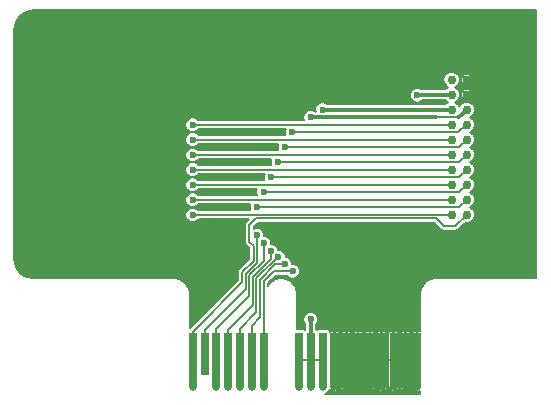
<source format=gbr>
G04 #@! TF.FileFunction,Copper,L2,Bot,Signal*
%FSLAX46Y46*%
G04 Gerber Fmt 4.6, Leading zero omitted, Abs format (unit mm)*
G04 Created by KiCad (PCBNEW 4.0.6-e0-6349~53~ubuntu14.04.1) date Sat Apr 15 21:56:29 2017*
%MOMM*%
%LPD*%
G01*
G04 APERTURE LIST*
%ADD10C,0.100000*%
%ADD11C,0.650240*%
%ADD12R,0.650240X4.599940*%
%ADD13R,0.650240X3.599180*%
%ADD14C,0.750000*%
%ADD15C,0.600000*%
%ADD16C,0.150000*%
%ADD17C,0.300000*%
%ADD18C,0.200000*%
G04 APERTURE END LIST*
D10*
D11*
X140500400Y-102301240D03*
D12*
X159499600Y-100000000D03*
X158498840Y-100000000D03*
X157500620Y-100000000D03*
X156499860Y-100000000D03*
X155499100Y-100000000D03*
X154500880Y-100000000D03*
X153500120Y-100000000D03*
X152499360Y-100000000D03*
X151501140Y-100000000D03*
X150500380Y-100000000D03*
X149499620Y-100000000D03*
X144500900Y-100000000D03*
X143500140Y-100000000D03*
X142499380Y-100000000D03*
D13*
X141501160Y-99499620D03*
D12*
X140500400Y-100000000D03*
X146499880Y-100000000D03*
X145499120Y-100000000D03*
D11*
X157500620Y-102301240D03*
X156499860Y-102301240D03*
X155499100Y-102301240D03*
X154500880Y-102301240D03*
X153500120Y-102301240D03*
X152499360Y-102301240D03*
X151501140Y-102301240D03*
X150500380Y-102301240D03*
X149499620Y-102301240D03*
X159499600Y-102301240D03*
X146499880Y-102301240D03*
X145499120Y-102301240D03*
X144500900Y-102301240D03*
X143500140Y-102301240D03*
X142499380Y-102301240D03*
X158498840Y-102301240D03*
D14*
X163685000Y-76285000D03*
X162415000Y-76285000D03*
X163685000Y-87715000D03*
X163685000Y-77555000D03*
X162415000Y-77555000D03*
X163685000Y-78825000D03*
X162415000Y-78825000D03*
X163685000Y-80095000D03*
X162415000Y-80095000D03*
X163685000Y-81365000D03*
X162415000Y-81365000D03*
X163685000Y-82635000D03*
X162415000Y-82635000D03*
X163685000Y-83905000D03*
X162415000Y-83905000D03*
X163685000Y-85175000D03*
X162415000Y-85175000D03*
X163685000Y-86445000D03*
X162415000Y-86445000D03*
X162415000Y-87715000D03*
D15*
X150500000Y-79475000D03*
X150500000Y-96575000D03*
X147725000Y-83275000D03*
X147750000Y-91300000D03*
X147150000Y-84550000D03*
X147125000Y-90775000D03*
X146500000Y-85800000D03*
X146500000Y-90100000D03*
X145950000Y-87075000D03*
X145950000Y-89450000D03*
X148925000Y-80750000D03*
X148950000Y-92500000D03*
X148300000Y-82000000D03*
X148325000Y-91925000D03*
X159500000Y-77600000D03*
X151500000Y-78825000D03*
X140500000Y-82650000D03*
X140500000Y-83900000D03*
X140500000Y-85175000D03*
X140500000Y-86450000D03*
X140500000Y-87725000D03*
X140500000Y-80100000D03*
X140500000Y-81350000D03*
D16*
X140500400Y-100000000D02*
X140500400Y-97624600D01*
X162725000Y-88675000D02*
X163685000Y-87715000D01*
X161750000Y-88675000D02*
X162725000Y-88675000D01*
X161090002Y-88015002D02*
X161750000Y-88675000D01*
X145900000Y-88015002D02*
X161090002Y-88015002D01*
X145300000Y-88615002D02*
X145900000Y-88015002D01*
X145300000Y-90025000D02*
X145300000Y-88615002D01*
X145649998Y-90374998D02*
X145300000Y-90025000D01*
X145649998Y-91654406D02*
X145649998Y-90374998D01*
X144699868Y-92604536D02*
X145649998Y-91654406D01*
X144699868Y-93425132D02*
X144699868Y-92604536D01*
X140500400Y-97624600D02*
X144699868Y-93425132D01*
X140500400Y-102301240D02*
X140500400Y-100000000D01*
X159499600Y-102301240D02*
X159499600Y-100000000D01*
X158498840Y-102301240D02*
X158498840Y-100000000D01*
X157500620Y-102301240D02*
X157500620Y-100000000D01*
X156499860Y-102301240D02*
X156499860Y-100000000D01*
X155499100Y-102301240D02*
X155499100Y-100000000D01*
X154500880Y-102301240D02*
X154500880Y-100000000D01*
X153500120Y-102301240D02*
X153500120Y-100000000D01*
X152499360Y-102301240D02*
X152499360Y-100000000D01*
D17*
X150500380Y-100000000D02*
X150500380Y-96575380D01*
X163035000Y-79475000D02*
X163685000Y-78825000D01*
X162975000Y-79475000D02*
X163035000Y-79475000D01*
D16*
X161075000Y-79475000D02*
X162975000Y-79475000D01*
D17*
X150500000Y-79475000D02*
X161075000Y-79475000D01*
X150500380Y-96575380D02*
X150500000Y-96575000D01*
D16*
X151501140Y-100000000D02*
X150500380Y-100000000D01*
X150500380Y-100000000D02*
X149499620Y-100000000D01*
X151501140Y-102301240D02*
X151501140Y-100000000D01*
X150500380Y-102301240D02*
X150500380Y-100000000D01*
X149499620Y-102301240D02*
X149499620Y-100000000D01*
X144500900Y-100000000D02*
X144500900Y-97374100D01*
X163045000Y-83275000D02*
X163685000Y-82635000D01*
X147725000Y-83275000D02*
X163045000Y-83275000D01*
X147701468Y-91300000D02*
X147750000Y-91300000D01*
X145899876Y-93101592D02*
X147701468Y-91300000D01*
X145899876Y-95975124D02*
X145899876Y-93101592D01*
X144500900Y-97374100D02*
X145899876Y-95975124D01*
X144500900Y-102301240D02*
X144500900Y-100000000D01*
X143500140Y-100000000D02*
X143500140Y-97449860D01*
X163040000Y-84550000D02*
X163685000Y-83905000D01*
X147150000Y-84550000D02*
X163040000Y-84550000D01*
X147125000Y-91452202D02*
X147125000Y-90775000D01*
X145599874Y-92977328D02*
X147125000Y-91452202D01*
X145599874Y-95350126D02*
X145599874Y-92977328D01*
X143500140Y-97449860D02*
X145599874Y-95350126D01*
X143500140Y-102301240D02*
X143500140Y-100000000D01*
X142499380Y-100000000D02*
X142499380Y-97425620D01*
X163060000Y-85800000D02*
X163685000Y-85175000D01*
X146500000Y-85800000D02*
X163060000Y-85800000D01*
X146500000Y-91652936D02*
X146500000Y-90100000D01*
X145299872Y-92853064D02*
X146500000Y-91652936D01*
X145299872Y-94625128D02*
X145299872Y-92853064D01*
X142499380Y-97425620D02*
X145299872Y-94625128D01*
X142499380Y-102301240D02*
X142499380Y-100000000D01*
X141501160Y-99499620D02*
X141501160Y-97498840D01*
X163055000Y-87075000D02*
X163685000Y-86445000D01*
X145950000Y-87075000D02*
X163055000Y-87075000D01*
X145950000Y-91778670D02*
X145950000Y-89450000D01*
X144999870Y-92728800D02*
X145950000Y-91778670D01*
X144999870Y-94000130D02*
X144999870Y-92728800D01*
X141501160Y-97498840D02*
X144999870Y-94000130D01*
X146499880Y-100000000D02*
X146499880Y-93350120D01*
X163000000Y-80750000D02*
X163655000Y-80095000D01*
X148925000Y-80750000D02*
X163000000Y-80750000D01*
X147350000Y-92500000D02*
X148950000Y-92500000D01*
X146499880Y-93350120D02*
X147350000Y-92500000D01*
X163655000Y-80095000D02*
X163685000Y-80095000D01*
X146499880Y-102301240D02*
X146499880Y-100000000D01*
X145499120Y-100000000D02*
X145499120Y-97100758D01*
X163050000Y-82000000D02*
X163685000Y-81365000D01*
X148300000Y-82000000D02*
X163050000Y-82000000D01*
X147500734Y-91925000D02*
X148325000Y-91925000D01*
X146199878Y-93225856D02*
X147500734Y-91925000D01*
X146199878Y-96400000D02*
X146199878Y-93225856D01*
X145499120Y-97100758D02*
X146199878Y-96400000D01*
X145499120Y-102301240D02*
X145499120Y-100000000D01*
D17*
X159545000Y-77555000D02*
X162415000Y-77555000D01*
X159500000Y-77600000D02*
X159545000Y-77555000D01*
X151500000Y-78825000D02*
X162415000Y-78825000D01*
D16*
X140515000Y-82635000D02*
X162415000Y-82635000D01*
X140500000Y-82650000D02*
X140515000Y-82635000D01*
X140505000Y-83905000D02*
X162415000Y-83905000D01*
X140500000Y-83900000D02*
X140505000Y-83905000D01*
X140500000Y-85175000D02*
X162415000Y-85175000D01*
X140505000Y-86445000D02*
X162415000Y-86445000D01*
X140500000Y-86450000D02*
X140505000Y-86445000D01*
X140510000Y-87715000D02*
X162415000Y-87715000D01*
X140500000Y-87725000D02*
X140510000Y-87715000D01*
X140505000Y-80095000D02*
X162415000Y-80095000D01*
X140500000Y-80100000D02*
X140505000Y-80095000D01*
X140515000Y-81365000D02*
X162415000Y-81365000D01*
X140500000Y-81350000D02*
X140515000Y-81365000D01*
D18*
G36*
X169597716Y-70402284D02*
X169605000Y-70438903D01*
X169605000Y-93061097D01*
X169597716Y-93097716D01*
X169561098Y-93105000D01*
X161100000Y-93105000D01*
X161061843Y-93112590D01*
X161022939Y-93112590D01*
X160659391Y-93184904D01*
X160659390Y-93184904D01*
X160517000Y-93243884D01*
X160208798Y-93449819D01*
X160154309Y-93504309D01*
X160099819Y-93558798D01*
X159893884Y-93867000D01*
X159838740Y-94000130D01*
X159834904Y-94009391D01*
X159762590Y-94372940D01*
X159762590Y-94411843D01*
X159755000Y-94450000D01*
X159755000Y-97600030D01*
X159549600Y-97600030D01*
X159524600Y-97625030D01*
X159524600Y-99975000D01*
X159544600Y-99975000D01*
X159544600Y-100025000D01*
X159524600Y-100025000D01*
X159524600Y-100045000D01*
X159474600Y-100045000D01*
X159474600Y-100025000D01*
X159099480Y-100025000D01*
X159074480Y-100050000D01*
X159074480Y-102220746D01*
X159072993Y-102224532D01*
X159074480Y-102305174D01*
X159074480Y-102319861D01*
X159074763Y-102320545D01*
X159076111Y-102393626D01*
X159134821Y-102535365D01*
X159193647Y-102571838D01*
X159365515Y-102399970D01*
X159436225Y-102399970D01*
X159229002Y-102607193D01*
X159265475Y-102666019D01*
X159422892Y-102727847D01*
X159591986Y-102724729D01*
X159733725Y-102666019D01*
X159755000Y-102631705D01*
X159755000Y-102861097D01*
X159747716Y-102897716D01*
X159711098Y-102905000D01*
X151729269Y-102905000D01*
X151866094Y-102848465D01*
X152047728Y-102667148D01*
X152118535Y-102496626D01*
X152134581Y-102535365D01*
X152193407Y-102571838D01*
X152365275Y-102399970D01*
X152435985Y-102399970D01*
X152228762Y-102607193D01*
X152265235Y-102666019D01*
X152422652Y-102727847D01*
X152591746Y-102724729D01*
X152733485Y-102666019D01*
X152769958Y-102607193D01*
X152562735Y-102399970D01*
X152633445Y-102399970D01*
X152805313Y-102571838D01*
X152864139Y-102535365D01*
X152925967Y-102377948D01*
X152924480Y-102297306D01*
X152924480Y-102224532D01*
X153073513Y-102224532D01*
X153075000Y-102305174D01*
X153075000Y-102319861D01*
X153075283Y-102320545D01*
X153076631Y-102393626D01*
X153135341Y-102535365D01*
X153194167Y-102571838D01*
X153366035Y-102399970D01*
X153436745Y-102399970D01*
X153229522Y-102607193D01*
X153265995Y-102666019D01*
X153423412Y-102727847D01*
X153592506Y-102724729D01*
X153734245Y-102666019D01*
X153770718Y-102607193D01*
X153563495Y-102399970D01*
X153634205Y-102399970D01*
X153806073Y-102571838D01*
X153864899Y-102535365D01*
X153926727Y-102377948D01*
X153925240Y-102297306D01*
X153925240Y-102224532D01*
X154074273Y-102224532D01*
X154075760Y-102305174D01*
X154075760Y-102319861D01*
X154076043Y-102320545D01*
X154077391Y-102393626D01*
X154136101Y-102535365D01*
X154194927Y-102571838D01*
X154366795Y-102399970D01*
X154437505Y-102399970D01*
X154230282Y-102607193D01*
X154266755Y-102666019D01*
X154424172Y-102727847D01*
X154593266Y-102724729D01*
X154735005Y-102666019D01*
X154771478Y-102607193D01*
X154564255Y-102399970D01*
X154634965Y-102399970D01*
X154806833Y-102571838D01*
X154865659Y-102535365D01*
X154927487Y-102377948D01*
X154926000Y-102297306D01*
X154926000Y-102224532D01*
X155072493Y-102224532D01*
X155073980Y-102305174D01*
X155073980Y-102319861D01*
X155074263Y-102320545D01*
X155075611Y-102393626D01*
X155134321Y-102535365D01*
X155193147Y-102571838D01*
X155365015Y-102399970D01*
X155435725Y-102399970D01*
X155228502Y-102607193D01*
X155264975Y-102666019D01*
X155422392Y-102727847D01*
X155591486Y-102724729D01*
X155733225Y-102666019D01*
X155769698Y-102607193D01*
X155562475Y-102399970D01*
X155633185Y-102399970D01*
X155805053Y-102571838D01*
X155863879Y-102535365D01*
X155925707Y-102377948D01*
X155924220Y-102297306D01*
X155924220Y-102224532D01*
X156073253Y-102224532D01*
X156074740Y-102305174D01*
X156074740Y-102319861D01*
X156075023Y-102320545D01*
X156076371Y-102393626D01*
X156135081Y-102535365D01*
X156193907Y-102571838D01*
X156365775Y-102399970D01*
X156436485Y-102399970D01*
X156229262Y-102607193D01*
X156265735Y-102666019D01*
X156423152Y-102727847D01*
X156592246Y-102724729D01*
X156733985Y-102666019D01*
X156770458Y-102607193D01*
X156563235Y-102399970D01*
X156633945Y-102399970D01*
X156805813Y-102571838D01*
X156864639Y-102535365D01*
X156926467Y-102377948D01*
X156924980Y-102297306D01*
X156924980Y-102224532D01*
X157074013Y-102224532D01*
X157075500Y-102305174D01*
X157075500Y-102319861D01*
X157075783Y-102320545D01*
X157077131Y-102393626D01*
X157135841Y-102535365D01*
X157194667Y-102571838D01*
X157366535Y-102399970D01*
X157437245Y-102399970D01*
X157230022Y-102607193D01*
X157266495Y-102666019D01*
X157423912Y-102727847D01*
X157593006Y-102724729D01*
X157734745Y-102666019D01*
X157771218Y-102607193D01*
X157563995Y-102399970D01*
X157634705Y-102399970D01*
X157806573Y-102571838D01*
X157865399Y-102535365D01*
X157927227Y-102377948D01*
X157925740Y-102297306D01*
X157925740Y-102224532D01*
X158072233Y-102224532D01*
X158073720Y-102305174D01*
X158073720Y-102319861D01*
X158074003Y-102320545D01*
X158075351Y-102393626D01*
X158134061Y-102535365D01*
X158192887Y-102571838D01*
X158364755Y-102399970D01*
X158435465Y-102399970D01*
X158228242Y-102607193D01*
X158264715Y-102666019D01*
X158422132Y-102727847D01*
X158591226Y-102724729D01*
X158732965Y-102666019D01*
X158769438Y-102607193D01*
X158562215Y-102399970D01*
X158632925Y-102399970D01*
X158804793Y-102571838D01*
X158863619Y-102535365D01*
X158925447Y-102377948D01*
X158923960Y-102297306D01*
X158923960Y-100050000D01*
X158898960Y-100025000D01*
X158523840Y-100025000D01*
X158523840Y-100045000D01*
X158473840Y-100045000D01*
X158473840Y-100025000D01*
X158098720Y-100025000D01*
X158073720Y-100050000D01*
X158073720Y-102220746D01*
X158072233Y-102224532D01*
X157925740Y-102224532D01*
X157925740Y-100050000D01*
X157900740Y-100025000D01*
X157525620Y-100025000D01*
X157525620Y-100045000D01*
X157475620Y-100045000D01*
X157475620Y-100025000D01*
X157100500Y-100025000D01*
X157075500Y-100050000D01*
X157075500Y-102220746D01*
X157074013Y-102224532D01*
X156924980Y-102224532D01*
X156924980Y-100050000D01*
X156899980Y-100025000D01*
X156524860Y-100025000D01*
X156524860Y-100045000D01*
X156474860Y-100045000D01*
X156474860Y-100025000D01*
X156099740Y-100025000D01*
X156074740Y-100050000D01*
X156074740Y-102220746D01*
X156073253Y-102224532D01*
X155924220Y-102224532D01*
X155924220Y-100050000D01*
X155899220Y-100025000D01*
X155524100Y-100025000D01*
X155524100Y-100045000D01*
X155474100Y-100045000D01*
X155474100Y-100025000D01*
X155098980Y-100025000D01*
X155073980Y-100050000D01*
X155073980Y-102220746D01*
X155072493Y-102224532D01*
X154926000Y-102224532D01*
X154926000Y-100050000D01*
X154901000Y-100025000D01*
X154525880Y-100025000D01*
X154525880Y-100045000D01*
X154475880Y-100045000D01*
X154475880Y-100025000D01*
X154100760Y-100025000D01*
X154075760Y-100050000D01*
X154075760Y-102220746D01*
X154074273Y-102224532D01*
X153925240Y-102224532D01*
X153925240Y-100050000D01*
X153900240Y-100025000D01*
X153525120Y-100025000D01*
X153525120Y-100045000D01*
X153475120Y-100045000D01*
X153475120Y-100025000D01*
X153100000Y-100025000D01*
X153075000Y-100050000D01*
X153075000Y-102220746D01*
X153073513Y-102224532D01*
X152924480Y-102224532D01*
X152924480Y-100050000D01*
X152899480Y-100025000D01*
X152524360Y-100025000D01*
X152524360Y-100045000D01*
X152474360Y-100045000D01*
X152474360Y-100025000D01*
X152454360Y-100025000D01*
X152454360Y-99975000D01*
X152474360Y-99975000D01*
X152474360Y-97625030D01*
X152524360Y-97625030D01*
X152524360Y-99975000D01*
X152899480Y-99975000D01*
X152924480Y-99950000D01*
X152924480Y-97680139D01*
X153075000Y-97680139D01*
X153075000Y-99950000D01*
X153100000Y-99975000D01*
X153475120Y-99975000D01*
X153475120Y-97625030D01*
X153525120Y-97625030D01*
X153525120Y-99975000D01*
X153900240Y-99975000D01*
X153925240Y-99950000D01*
X153925240Y-97680139D01*
X154075760Y-97680139D01*
X154075760Y-99950000D01*
X154100760Y-99975000D01*
X154475880Y-99975000D01*
X154475880Y-97625030D01*
X154525880Y-97625030D01*
X154525880Y-99975000D01*
X154901000Y-99975000D01*
X154926000Y-99950000D01*
X154926000Y-97680139D01*
X155073980Y-97680139D01*
X155073980Y-99950000D01*
X155098980Y-99975000D01*
X155474100Y-99975000D01*
X155474100Y-97625030D01*
X155524100Y-97625030D01*
X155524100Y-99975000D01*
X155899220Y-99975000D01*
X155924220Y-99950000D01*
X155924220Y-97680139D01*
X156074740Y-97680139D01*
X156074740Y-99950000D01*
X156099740Y-99975000D01*
X156474860Y-99975000D01*
X156474860Y-97625030D01*
X156524860Y-97625030D01*
X156524860Y-99975000D01*
X156899980Y-99975000D01*
X156924980Y-99950000D01*
X156924980Y-97680139D01*
X157075500Y-97680139D01*
X157075500Y-99950000D01*
X157100500Y-99975000D01*
X157475620Y-99975000D01*
X157475620Y-97625030D01*
X157525620Y-97625030D01*
X157525620Y-99975000D01*
X157900740Y-99975000D01*
X157925740Y-99950000D01*
X157925740Y-97680139D01*
X158073720Y-97680139D01*
X158073720Y-99950000D01*
X158098720Y-99975000D01*
X158473840Y-99975000D01*
X158473840Y-97625030D01*
X158523840Y-97625030D01*
X158523840Y-99975000D01*
X158898960Y-99975000D01*
X158923960Y-99950000D01*
X158923960Y-97680139D01*
X159074480Y-97680139D01*
X159074480Y-99950000D01*
X159099480Y-99975000D01*
X159474600Y-99975000D01*
X159474600Y-97625030D01*
X159449600Y-97600030D01*
X159154589Y-97600030D01*
X159117835Y-97615254D01*
X159089704Y-97643384D01*
X159074480Y-97680139D01*
X158923960Y-97680139D01*
X158908736Y-97643384D01*
X158880605Y-97615254D01*
X158843851Y-97600030D01*
X158548840Y-97600030D01*
X158523840Y-97625030D01*
X158473840Y-97625030D01*
X158448840Y-97600030D01*
X158153829Y-97600030D01*
X158117075Y-97615254D01*
X158088944Y-97643384D01*
X158073720Y-97680139D01*
X157925740Y-97680139D01*
X157910516Y-97643384D01*
X157882385Y-97615254D01*
X157845631Y-97600030D01*
X157550620Y-97600030D01*
X157525620Y-97625030D01*
X157475620Y-97625030D01*
X157450620Y-97600030D01*
X157155609Y-97600030D01*
X157118855Y-97615254D01*
X157090724Y-97643384D01*
X157075500Y-97680139D01*
X156924980Y-97680139D01*
X156909756Y-97643384D01*
X156881625Y-97615254D01*
X156844871Y-97600030D01*
X156549860Y-97600030D01*
X156524860Y-97625030D01*
X156474860Y-97625030D01*
X156449860Y-97600030D01*
X156154849Y-97600030D01*
X156118095Y-97615254D01*
X156089964Y-97643384D01*
X156074740Y-97680139D01*
X155924220Y-97680139D01*
X155908996Y-97643384D01*
X155880865Y-97615254D01*
X155844111Y-97600030D01*
X155549100Y-97600030D01*
X155524100Y-97625030D01*
X155474100Y-97625030D01*
X155449100Y-97600030D01*
X155154089Y-97600030D01*
X155117335Y-97615254D01*
X155089204Y-97643384D01*
X155073980Y-97680139D01*
X154926000Y-97680139D01*
X154910776Y-97643384D01*
X154882645Y-97615254D01*
X154845891Y-97600030D01*
X154550880Y-97600030D01*
X154525880Y-97625030D01*
X154475880Y-97625030D01*
X154450880Y-97600030D01*
X154155869Y-97600030D01*
X154119115Y-97615254D01*
X154090984Y-97643384D01*
X154075760Y-97680139D01*
X153925240Y-97680139D01*
X153910016Y-97643384D01*
X153881885Y-97615254D01*
X153845131Y-97600030D01*
X153550120Y-97600030D01*
X153525120Y-97625030D01*
X153475120Y-97625030D01*
X153450120Y-97600030D01*
X153155109Y-97600030D01*
X153118355Y-97615254D01*
X153090224Y-97643384D01*
X153075000Y-97680139D01*
X152924480Y-97680139D01*
X152909256Y-97643384D01*
X152881125Y-97615254D01*
X152844371Y-97600030D01*
X152549360Y-97600030D01*
X152524360Y-97625030D01*
X152474360Y-97625030D01*
X152449360Y-97600030D01*
X152154349Y-97600030D01*
X152135205Y-97607960D01*
X152130216Y-97581445D01*
X152060132Y-97472532D01*
X151953197Y-97399466D01*
X151826260Y-97373761D01*
X151176020Y-97373761D01*
X151057435Y-97396074D01*
X151000805Y-97432515D01*
X150970380Y-97411726D01*
X150970380Y-96981489D01*
X151025304Y-96926661D01*
X151119893Y-96698867D01*
X151120108Y-96452215D01*
X151025917Y-96224257D01*
X150851661Y-96049696D01*
X150623867Y-95955107D01*
X150377215Y-95954892D01*
X150149257Y-96049083D01*
X149974696Y-96223339D01*
X149880107Y-96451133D01*
X149879892Y-96697785D01*
X149974083Y-96925743D01*
X150030380Y-96982139D01*
X150030380Y-97412994D01*
X150000045Y-97432515D01*
X149951677Y-97399466D01*
X149824740Y-97373761D01*
X149345000Y-97373761D01*
X149345000Y-94450000D01*
X149337410Y-94411843D01*
X149337410Y-94372939D01*
X149265096Y-94009391D01*
X149261260Y-94000130D01*
X149206116Y-93867000D01*
X149000181Y-93558798D01*
X148945691Y-93504309D01*
X148891202Y-93449819D01*
X148583000Y-93243884D01*
X148440610Y-93184904D01*
X148440609Y-93184904D01*
X148077062Y-93112590D01*
X147922939Y-93112590D01*
X147559391Y-93184904D01*
X147559390Y-93184904D01*
X147417000Y-93243884D01*
X147108798Y-93449819D01*
X147054309Y-93504309D01*
X146999819Y-93558798D01*
X146894880Y-93715850D01*
X146894880Y-93513734D01*
X147513614Y-92895000D01*
X148468263Y-92895000D01*
X148598339Y-93025304D01*
X148826133Y-93119893D01*
X149072785Y-93120108D01*
X149300743Y-93025917D01*
X149475304Y-92851661D01*
X149569893Y-92623867D01*
X149570108Y-92377215D01*
X149475917Y-92149257D01*
X149301661Y-91974696D01*
X149073867Y-91880107D01*
X148945040Y-91879995D01*
X148945108Y-91802215D01*
X148850917Y-91574257D01*
X148676661Y-91399696D01*
X148448867Y-91305107D01*
X148369997Y-91305038D01*
X148370108Y-91177215D01*
X148275917Y-90949257D01*
X148101661Y-90774696D01*
X147873867Y-90680107D01*
X147745084Y-90679995D01*
X147745108Y-90652215D01*
X147650917Y-90424257D01*
X147476661Y-90249696D01*
X147248867Y-90155107D01*
X147119953Y-90154995D01*
X147120108Y-89977215D01*
X147025917Y-89749257D01*
X146851661Y-89574696D01*
X146623867Y-89480107D01*
X146569975Y-89480060D01*
X146570108Y-89327215D01*
X146475917Y-89099257D01*
X146301661Y-88924696D01*
X146073867Y-88830107D01*
X145827215Y-88829892D01*
X145695000Y-88884523D01*
X145695000Y-88778616D01*
X146063614Y-88410002D01*
X160926388Y-88410002D01*
X161470693Y-88954307D01*
X161598840Y-89039932D01*
X161750000Y-89070000D01*
X162725000Y-89070000D01*
X162876160Y-89039932D01*
X163004307Y-88954307D01*
X163548733Y-88409881D01*
X163822638Y-88410121D01*
X164078172Y-88304536D01*
X164273849Y-88109200D01*
X164379879Y-87853851D01*
X164380121Y-87577362D01*
X164274536Y-87321828D01*
X164079200Y-87126151D01*
X163968098Y-87080018D01*
X164078172Y-87034536D01*
X164273849Y-86839200D01*
X164379879Y-86583851D01*
X164380121Y-86307362D01*
X164274536Y-86051828D01*
X164079200Y-85856151D01*
X163968098Y-85810018D01*
X164078172Y-85764536D01*
X164273849Y-85569200D01*
X164379879Y-85313851D01*
X164380121Y-85037362D01*
X164274536Y-84781828D01*
X164079200Y-84586151D01*
X163968098Y-84540018D01*
X164078172Y-84494536D01*
X164273849Y-84299200D01*
X164379879Y-84043851D01*
X164380121Y-83767362D01*
X164274536Y-83511828D01*
X164079200Y-83316151D01*
X163968098Y-83270018D01*
X164078172Y-83224536D01*
X164273849Y-83029200D01*
X164379879Y-82773851D01*
X164380121Y-82497362D01*
X164274536Y-82241828D01*
X164079200Y-82046151D01*
X163968098Y-82000018D01*
X164078172Y-81954536D01*
X164273849Y-81759200D01*
X164379879Y-81503851D01*
X164380121Y-81227362D01*
X164274536Y-80971828D01*
X164079200Y-80776151D01*
X163968098Y-80730018D01*
X164078172Y-80684536D01*
X164273849Y-80489200D01*
X164379879Y-80233851D01*
X164380121Y-79957362D01*
X164274536Y-79701828D01*
X164079200Y-79506151D01*
X163968098Y-79460018D01*
X164078172Y-79414536D01*
X164273849Y-79219200D01*
X164379879Y-78963851D01*
X164380121Y-78687362D01*
X164274536Y-78431828D01*
X164079200Y-78236151D01*
X163823851Y-78130121D01*
X163547362Y-78129879D01*
X163291828Y-78235464D01*
X163096151Y-78430800D01*
X163050018Y-78541902D01*
X163004536Y-78431828D01*
X162809200Y-78236151D01*
X162698098Y-78190018D01*
X162808172Y-78144536D01*
X163003849Y-77949200D01*
X163025534Y-77896975D01*
X163378381Y-77896975D01*
X163420937Y-77960983D01*
X163596401Y-78031132D01*
X163785353Y-78028794D01*
X163949063Y-77960983D01*
X163991619Y-77896975D01*
X163685000Y-77590355D01*
X163378381Y-77896975D01*
X163025534Y-77896975D01*
X163109879Y-77693851D01*
X163110078Y-77466401D01*
X163208868Y-77466401D01*
X163211206Y-77655353D01*
X163279017Y-77819063D01*
X163343025Y-77861619D01*
X163649645Y-77555000D01*
X163720355Y-77555000D01*
X164026975Y-77861619D01*
X164090983Y-77819063D01*
X164161132Y-77643599D01*
X164158794Y-77454647D01*
X164090983Y-77290937D01*
X164026975Y-77248381D01*
X163720355Y-77555000D01*
X163649645Y-77555000D01*
X163343025Y-77248381D01*
X163279017Y-77290937D01*
X163208868Y-77466401D01*
X163110078Y-77466401D01*
X163110121Y-77417362D01*
X163025691Y-77213025D01*
X163378381Y-77213025D01*
X163685000Y-77519645D01*
X163991619Y-77213025D01*
X163949063Y-77149017D01*
X163773599Y-77078868D01*
X163584647Y-77081206D01*
X163420937Y-77149017D01*
X163378381Y-77213025D01*
X163025691Y-77213025D01*
X163004536Y-77161828D01*
X162809200Y-76966151D01*
X162698098Y-76920018D01*
X162808172Y-76874536D01*
X163003849Y-76679200D01*
X163025534Y-76626975D01*
X163378381Y-76626975D01*
X163420937Y-76690983D01*
X163596401Y-76761132D01*
X163785353Y-76758794D01*
X163949063Y-76690983D01*
X163991619Y-76626975D01*
X163685000Y-76320355D01*
X163378381Y-76626975D01*
X163025534Y-76626975D01*
X163109879Y-76423851D01*
X163110078Y-76196401D01*
X163208868Y-76196401D01*
X163211206Y-76385353D01*
X163279017Y-76549063D01*
X163343025Y-76591619D01*
X163649645Y-76285000D01*
X163720355Y-76285000D01*
X164026975Y-76591619D01*
X164090983Y-76549063D01*
X164161132Y-76373599D01*
X164158794Y-76184647D01*
X164090983Y-76020937D01*
X164026975Y-75978381D01*
X163720355Y-76285000D01*
X163649645Y-76285000D01*
X163343025Y-75978381D01*
X163279017Y-76020937D01*
X163208868Y-76196401D01*
X163110078Y-76196401D01*
X163110121Y-76147362D01*
X163025691Y-75943025D01*
X163378381Y-75943025D01*
X163685000Y-76249645D01*
X163991619Y-75943025D01*
X163949063Y-75879017D01*
X163773599Y-75808868D01*
X163584647Y-75811206D01*
X163420937Y-75879017D01*
X163378381Y-75943025D01*
X163025691Y-75943025D01*
X163004536Y-75891828D01*
X162809200Y-75696151D01*
X162553851Y-75590121D01*
X162277362Y-75589879D01*
X162021828Y-75695464D01*
X161826151Y-75890800D01*
X161720121Y-76146149D01*
X161719879Y-76422638D01*
X161825464Y-76678172D01*
X162020800Y-76873849D01*
X162131902Y-76919982D01*
X162021828Y-76965464D01*
X161902083Y-77085000D01*
X159861947Y-77085000D01*
X159851661Y-77074696D01*
X159623867Y-76980107D01*
X159377215Y-76979892D01*
X159149257Y-77074083D01*
X158974696Y-77248339D01*
X158880107Y-77476133D01*
X158879892Y-77722785D01*
X158974083Y-77950743D01*
X159148339Y-78125304D01*
X159376133Y-78219893D01*
X159622785Y-78220108D01*
X159850743Y-78125917D01*
X159951837Y-78025000D01*
X161902158Y-78025000D01*
X162020800Y-78143849D01*
X162131902Y-78189982D01*
X162021828Y-78235464D01*
X161902083Y-78355000D01*
X151906868Y-78355000D01*
X151851661Y-78299696D01*
X151623867Y-78205107D01*
X151377215Y-78204892D01*
X151149257Y-78299083D01*
X150974696Y-78473339D01*
X150880107Y-78701133D01*
X150879892Y-78947785D01*
X150901177Y-78999299D01*
X150851661Y-78949696D01*
X150623867Y-78855107D01*
X150377215Y-78854892D01*
X150149257Y-78949083D01*
X149974696Y-79123339D01*
X149880107Y-79351133D01*
X149879892Y-79597785D01*
X149922127Y-79700000D01*
X140976746Y-79700000D01*
X140851661Y-79574696D01*
X140623867Y-79480107D01*
X140377215Y-79479892D01*
X140149257Y-79574083D01*
X139974696Y-79748339D01*
X139880107Y-79976133D01*
X139879892Y-80222785D01*
X139974083Y-80450743D01*
X140148339Y-80625304D01*
X140376133Y-80719893D01*
X140622785Y-80720108D01*
X140850743Y-80625917D01*
X140986898Y-80490000D01*
X148361635Y-80490000D01*
X148305107Y-80626133D01*
X148304892Y-80872785D01*
X148345061Y-80970000D01*
X140996711Y-80970000D01*
X140851661Y-80824696D01*
X140623867Y-80730107D01*
X140377215Y-80729892D01*
X140149257Y-80824083D01*
X139974696Y-80998339D01*
X139880107Y-81226133D01*
X139879892Y-81472785D01*
X139974083Y-81700743D01*
X140148339Y-81875304D01*
X140376133Y-81969893D01*
X140622785Y-81970108D01*
X140850743Y-81875917D01*
X140966863Y-81760000D01*
X147728330Y-81760000D01*
X147680107Y-81876133D01*
X147679892Y-82122785D01*
X147728325Y-82240000D01*
X140966764Y-82240000D01*
X140851661Y-82124696D01*
X140623867Y-82030107D01*
X140377215Y-82029892D01*
X140149257Y-82124083D01*
X139974696Y-82298339D01*
X139880107Y-82526133D01*
X139879892Y-82772785D01*
X139974083Y-83000743D01*
X140148339Y-83175304D01*
X140376133Y-83269893D01*
X140622785Y-83270108D01*
X140850743Y-83175917D01*
X140996915Y-83030000D01*
X147155406Y-83030000D01*
X147105107Y-83151133D01*
X147104892Y-83397785D01*
X147151259Y-83510000D01*
X140986729Y-83510000D01*
X140851661Y-83374696D01*
X140623867Y-83280107D01*
X140377215Y-83279892D01*
X140149257Y-83374083D01*
X139974696Y-83548339D01*
X139880107Y-83776133D01*
X139879892Y-84022785D01*
X139974083Y-84250743D01*
X140148339Y-84425304D01*
X140376133Y-84519893D01*
X140622785Y-84520108D01*
X140850743Y-84425917D01*
X140976880Y-84300000D01*
X146582482Y-84300000D01*
X146530107Y-84426133D01*
X146529892Y-84672785D01*
X146574193Y-84780000D01*
X140981737Y-84780000D01*
X140851661Y-84649696D01*
X140623867Y-84555107D01*
X140377215Y-84554892D01*
X140149257Y-84649083D01*
X139974696Y-84823339D01*
X139880107Y-85051133D01*
X139879892Y-85297785D01*
X139974083Y-85525743D01*
X140148339Y-85700304D01*
X140376133Y-85794893D01*
X140622785Y-85795108D01*
X140850743Y-85700917D01*
X140981889Y-85570000D01*
X145924178Y-85570000D01*
X145880107Y-85676133D01*
X145879892Y-85922785D01*
X145932457Y-86050000D01*
X140976746Y-86050000D01*
X140851661Y-85924696D01*
X140623867Y-85830107D01*
X140377215Y-85829892D01*
X140149257Y-85924083D01*
X139974696Y-86098339D01*
X139880107Y-86326133D01*
X139879892Y-86572785D01*
X139974083Y-86800743D01*
X140148339Y-86975304D01*
X140376133Y-87069893D01*
X140622785Y-87070108D01*
X140850743Y-86975917D01*
X140986898Y-86840000D01*
X145376254Y-86840000D01*
X145330107Y-86951133D01*
X145329892Y-87197785D01*
X145380391Y-87320000D01*
X140971755Y-87320000D01*
X140851661Y-87199696D01*
X140623867Y-87105107D01*
X140377215Y-87104892D01*
X140149257Y-87199083D01*
X139974696Y-87373339D01*
X139880107Y-87601133D01*
X139879892Y-87847785D01*
X139974083Y-88075743D01*
X140148339Y-88250304D01*
X140376133Y-88344893D01*
X140622785Y-88345108D01*
X140850743Y-88250917D01*
X140991907Y-88110000D01*
X145246388Y-88110000D01*
X145020693Y-88335695D01*
X144935068Y-88463842D01*
X144905000Y-88615002D01*
X144905000Y-90025000D01*
X144935068Y-90176160D01*
X145020693Y-90304307D01*
X145254998Y-90538612D01*
X145254998Y-91490792D01*
X144420561Y-92325229D01*
X144334936Y-92453376D01*
X144304868Y-92604536D01*
X144304868Y-93261518D01*
X140245000Y-97321386D01*
X140245000Y-94450000D01*
X140237410Y-94411843D01*
X140237410Y-94372939D01*
X140165096Y-94009391D01*
X140161260Y-94000130D01*
X140106116Y-93867000D01*
X139900181Y-93558798D01*
X139845691Y-93504309D01*
X139791202Y-93449819D01*
X139483000Y-93243884D01*
X139340610Y-93184904D01*
X139340609Y-93184904D01*
X138977060Y-93112590D01*
X138938157Y-93112590D01*
X138900000Y-93105000D01*
X127038903Y-93105000D01*
X126388755Y-92975677D01*
X125870565Y-92629435D01*
X125524323Y-92111245D01*
X125395000Y-91461096D01*
X125395000Y-72038904D01*
X125524323Y-71388755D01*
X125870565Y-70870565D01*
X126388755Y-70524323D01*
X127038903Y-70395000D01*
X169561098Y-70395000D01*
X169597716Y-70402284D01*
X169597716Y-70402284D01*
G37*
X169597716Y-70402284D02*
X169605000Y-70438903D01*
X169605000Y-93061097D01*
X169597716Y-93097716D01*
X169561098Y-93105000D01*
X161100000Y-93105000D01*
X161061843Y-93112590D01*
X161022939Y-93112590D01*
X160659391Y-93184904D01*
X160659390Y-93184904D01*
X160517000Y-93243884D01*
X160208798Y-93449819D01*
X160154309Y-93504309D01*
X160099819Y-93558798D01*
X159893884Y-93867000D01*
X159838740Y-94000130D01*
X159834904Y-94009391D01*
X159762590Y-94372940D01*
X159762590Y-94411843D01*
X159755000Y-94450000D01*
X159755000Y-97600030D01*
X159549600Y-97600030D01*
X159524600Y-97625030D01*
X159524600Y-99975000D01*
X159544600Y-99975000D01*
X159544600Y-100025000D01*
X159524600Y-100025000D01*
X159524600Y-100045000D01*
X159474600Y-100045000D01*
X159474600Y-100025000D01*
X159099480Y-100025000D01*
X159074480Y-100050000D01*
X159074480Y-102220746D01*
X159072993Y-102224532D01*
X159074480Y-102305174D01*
X159074480Y-102319861D01*
X159074763Y-102320545D01*
X159076111Y-102393626D01*
X159134821Y-102535365D01*
X159193647Y-102571838D01*
X159365515Y-102399970D01*
X159436225Y-102399970D01*
X159229002Y-102607193D01*
X159265475Y-102666019D01*
X159422892Y-102727847D01*
X159591986Y-102724729D01*
X159733725Y-102666019D01*
X159755000Y-102631705D01*
X159755000Y-102861097D01*
X159747716Y-102897716D01*
X159711098Y-102905000D01*
X151729269Y-102905000D01*
X151866094Y-102848465D01*
X152047728Y-102667148D01*
X152118535Y-102496626D01*
X152134581Y-102535365D01*
X152193407Y-102571838D01*
X152365275Y-102399970D01*
X152435985Y-102399970D01*
X152228762Y-102607193D01*
X152265235Y-102666019D01*
X152422652Y-102727847D01*
X152591746Y-102724729D01*
X152733485Y-102666019D01*
X152769958Y-102607193D01*
X152562735Y-102399970D01*
X152633445Y-102399970D01*
X152805313Y-102571838D01*
X152864139Y-102535365D01*
X152925967Y-102377948D01*
X152924480Y-102297306D01*
X152924480Y-102224532D01*
X153073513Y-102224532D01*
X153075000Y-102305174D01*
X153075000Y-102319861D01*
X153075283Y-102320545D01*
X153076631Y-102393626D01*
X153135341Y-102535365D01*
X153194167Y-102571838D01*
X153366035Y-102399970D01*
X153436745Y-102399970D01*
X153229522Y-102607193D01*
X153265995Y-102666019D01*
X153423412Y-102727847D01*
X153592506Y-102724729D01*
X153734245Y-102666019D01*
X153770718Y-102607193D01*
X153563495Y-102399970D01*
X153634205Y-102399970D01*
X153806073Y-102571838D01*
X153864899Y-102535365D01*
X153926727Y-102377948D01*
X153925240Y-102297306D01*
X153925240Y-102224532D01*
X154074273Y-102224532D01*
X154075760Y-102305174D01*
X154075760Y-102319861D01*
X154076043Y-102320545D01*
X154077391Y-102393626D01*
X154136101Y-102535365D01*
X154194927Y-102571838D01*
X154366795Y-102399970D01*
X154437505Y-102399970D01*
X154230282Y-102607193D01*
X154266755Y-102666019D01*
X154424172Y-102727847D01*
X154593266Y-102724729D01*
X154735005Y-102666019D01*
X154771478Y-102607193D01*
X154564255Y-102399970D01*
X154634965Y-102399970D01*
X154806833Y-102571838D01*
X154865659Y-102535365D01*
X154927487Y-102377948D01*
X154926000Y-102297306D01*
X154926000Y-102224532D01*
X155072493Y-102224532D01*
X155073980Y-102305174D01*
X155073980Y-102319861D01*
X155074263Y-102320545D01*
X155075611Y-102393626D01*
X155134321Y-102535365D01*
X155193147Y-102571838D01*
X155365015Y-102399970D01*
X155435725Y-102399970D01*
X155228502Y-102607193D01*
X155264975Y-102666019D01*
X155422392Y-102727847D01*
X155591486Y-102724729D01*
X155733225Y-102666019D01*
X155769698Y-102607193D01*
X155562475Y-102399970D01*
X155633185Y-102399970D01*
X155805053Y-102571838D01*
X155863879Y-102535365D01*
X155925707Y-102377948D01*
X155924220Y-102297306D01*
X155924220Y-102224532D01*
X156073253Y-102224532D01*
X156074740Y-102305174D01*
X156074740Y-102319861D01*
X156075023Y-102320545D01*
X156076371Y-102393626D01*
X156135081Y-102535365D01*
X156193907Y-102571838D01*
X156365775Y-102399970D01*
X156436485Y-102399970D01*
X156229262Y-102607193D01*
X156265735Y-102666019D01*
X156423152Y-102727847D01*
X156592246Y-102724729D01*
X156733985Y-102666019D01*
X156770458Y-102607193D01*
X156563235Y-102399970D01*
X156633945Y-102399970D01*
X156805813Y-102571838D01*
X156864639Y-102535365D01*
X156926467Y-102377948D01*
X156924980Y-102297306D01*
X156924980Y-102224532D01*
X157074013Y-102224532D01*
X157075500Y-102305174D01*
X157075500Y-102319861D01*
X157075783Y-102320545D01*
X157077131Y-102393626D01*
X157135841Y-102535365D01*
X157194667Y-102571838D01*
X157366535Y-102399970D01*
X157437245Y-102399970D01*
X157230022Y-102607193D01*
X157266495Y-102666019D01*
X157423912Y-102727847D01*
X157593006Y-102724729D01*
X157734745Y-102666019D01*
X157771218Y-102607193D01*
X157563995Y-102399970D01*
X157634705Y-102399970D01*
X157806573Y-102571838D01*
X157865399Y-102535365D01*
X157927227Y-102377948D01*
X157925740Y-102297306D01*
X157925740Y-102224532D01*
X158072233Y-102224532D01*
X158073720Y-102305174D01*
X158073720Y-102319861D01*
X158074003Y-102320545D01*
X158075351Y-102393626D01*
X158134061Y-102535365D01*
X158192887Y-102571838D01*
X158364755Y-102399970D01*
X158435465Y-102399970D01*
X158228242Y-102607193D01*
X158264715Y-102666019D01*
X158422132Y-102727847D01*
X158591226Y-102724729D01*
X158732965Y-102666019D01*
X158769438Y-102607193D01*
X158562215Y-102399970D01*
X158632925Y-102399970D01*
X158804793Y-102571838D01*
X158863619Y-102535365D01*
X158925447Y-102377948D01*
X158923960Y-102297306D01*
X158923960Y-100050000D01*
X158898960Y-100025000D01*
X158523840Y-100025000D01*
X158523840Y-100045000D01*
X158473840Y-100045000D01*
X158473840Y-100025000D01*
X158098720Y-100025000D01*
X158073720Y-100050000D01*
X158073720Y-102220746D01*
X158072233Y-102224532D01*
X157925740Y-102224532D01*
X157925740Y-100050000D01*
X157900740Y-100025000D01*
X157525620Y-100025000D01*
X157525620Y-100045000D01*
X157475620Y-100045000D01*
X157475620Y-100025000D01*
X157100500Y-100025000D01*
X157075500Y-100050000D01*
X157075500Y-102220746D01*
X157074013Y-102224532D01*
X156924980Y-102224532D01*
X156924980Y-100050000D01*
X156899980Y-100025000D01*
X156524860Y-100025000D01*
X156524860Y-100045000D01*
X156474860Y-100045000D01*
X156474860Y-100025000D01*
X156099740Y-100025000D01*
X156074740Y-100050000D01*
X156074740Y-102220746D01*
X156073253Y-102224532D01*
X155924220Y-102224532D01*
X155924220Y-100050000D01*
X155899220Y-100025000D01*
X155524100Y-100025000D01*
X155524100Y-100045000D01*
X155474100Y-100045000D01*
X155474100Y-100025000D01*
X155098980Y-100025000D01*
X155073980Y-100050000D01*
X155073980Y-102220746D01*
X155072493Y-102224532D01*
X154926000Y-102224532D01*
X154926000Y-100050000D01*
X154901000Y-100025000D01*
X154525880Y-100025000D01*
X154525880Y-100045000D01*
X154475880Y-100045000D01*
X154475880Y-100025000D01*
X154100760Y-100025000D01*
X154075760Y-100050000D01*
X154075760Y-102220746D01*
X154074273Y-102224532D01*
X153925240Y-102224532D01*
X153925240Y-100050000D01*
X153900240Y-100025000D01*
X153525120Y-100025000D01*
X153525120Y-100045000D01*
X153475120Y-100045000D01*
X153475120Y-100025000D01*
X153100000Y-100025000D01*
X153075000Y-100050000D01*
X153075000Y-102220746D01*
X153073513Y-102224532D01*
X152924480Y-102224532D01*
X152924480Y-100050000D01*
X152899480Y-100025000D01*
X152524360Y-100025000D01*
X152524360Y-100045000D01*
X152474360Y-100045000D01*
X152474360Y-100025000D01*
X152454360Y-100025000D01*
X152454360Y-99975000D01*
X152474360Y-99975000D01*
X152474360Y-97625030D01*
X152524360Y-97625030D01*
X152524360Y-99975000D01*
X152899480Y-99975000D01*
X152924480Y-99950000D01*
X152924480Y-97680139D01*
X153075000Y-97680139D01*
X153075000Y-99950000D01*
X153100000Y-99975000D01*
X153475120Y-99975000D01*
X153475120Y-97625030D01*
X153525120Y-97625030D01*
X153525120Y-99975000D01*
X153900240Y-99975000D01*
X153925240Y-99950000D01*
X153925240Y-97680139D01*
X154075760Y-97680139D01*
X154075760Y-99950000D01*
X154100760Y-99975000D01*
X154475880Y-99975000D01*
X154475880Y-97625030D01*
X154525880Y-97625030D01*
X154525880Y-99975000D01*
X154901000Y-99975000D01*
X154926000Y-99950000D01*
X154926000Y-97680139D01*
X155073980Y-97680139D01*
X155073980Y-99950000D01*
X155098980Y-99975000D01*
X155474100Y-99975000D01*
X155474100Y-97625030D01*
X155524100Y-97625030D01*
X155524100Y-99975000D01*
X155899220Y-99975000D01*
X155924220Y-99950000D01*
X155924220Y-97680139D01*
X156074740Y-97680139D01*
X156074740Y-99950000D01*
X156099740Y-99975000D01*
X156474860Y-99975000D01*
X156474860Y-97625030D01*
X156524860Y-97625030D01*
X156524860Y-99975000D01*
X156899980Y-99975000D01*
X156924980Y-99950000D01*
X156924980Y-97680139D01*
X157075500Y-97680139D01*
X157075500Y-99950000D01*
X157100500Y-99975000D01*
X157475620Y-99975000D01*
X157475620Y-97625030D01*
X157525620Y-97625030D01*
X157525620Y-99975000D01*
X157900740Y-99975000D01*
X157925740Y-99950000D01*
X157925740Y-97680139D01*
X158073720Y-97680139D01*
X158073720Y-99950000D01*
X158098720Y-99975000D01*
X158473840Y-99975000D01*
X158473840Y-97625030D01*
X158523840Y-97625030D01*
X158523840Y-99975000D01*
X158898960Y-99975000D01*
X158923960Y-99950000D01*
X158923960Y-97680139D01*
X159074480Y-97680139D01*
X159074480Y-99950000D01*
X159099480Y-99975000D01*
X159474600Y-99975000D01*
X159474600Y-97625030D01*
X159449600Y-97600030D01*
X159154589Y-97600030D01*
X159117835Y-97615254D01*
X159089704Y-97643384D01*
X159074480Y-97680139D01*
X158923960Y-97680139D01*
X158908736Y-97643384D01*
X158880605Y-97615254D01*
X158843851Y-97600030D01*
X158548840Y-97600030D01*
X158523840Y-97625030D01*
X158473840Y-97625030D01*
X158448840Y-97600030D01*
X158153829Y-97600030D01*
X158117075Y-97615254D01*
X158088944Y-97643384D01*
X158073720Y-97680139D01*
X157925740Y-97680139D01*
X157910516Y-97643384D01*
X157882385Y-97615254D01*
X157845631Y-97600030D01*
X157550620Y-97600030D01*
X157525620Y-97625030D01*
X157475620Y-97625030D01*
X157450620Y-97600030D01*
X157155609Y-97600030D01*
X157118855Y-97615254D01*
X157090724Y-97643384D01*
X157075500Y-97680139D01*
X156924980Y-97680139D01*
X156909756Y-97643384D01*
X156881625Y-97615254D01*
X156844871Y-97600030D01*
X156549860Y-97600030D01*
X156524860Y-97625030D01*
X156474860Y-97625030D01*
X156449860Y-97600030D01*
X156154849Y-97600030D01*
X156118095Y-97615254D01*
X156089964Y-97643384D01*
X156074740Y-97680139D01*
X155924220Y-97680139D01*
X155908996Y-97643384D01*
X155880865Y-97615254D01*
X155844111Y-97600030D01*
X155549100Y-97600030D01*
X155524100Y-97625030D01*
X155474100Y-97625030D01*
X155449100Y-97600030D01*
X155154089Y-97600030D01*
X155117335Y-97615254D01*
X155089204Y-97643384D01*
X155073980Y-97680139D01*
X154926000Y-97680139D01*
X154910776Y-97643384D01*
X154882645Y-97615254D01*
X154845891Y-97600030D01*
X154550880Y-97600030D01*
X154525880Y-97625030D01*
X154475880Y-97625030D01*
X154450880Y-97600030D01*
X154155869Y-97600030D01*
X154119115Y-97615254D01*
X154090984Y-97643384D01*
X154075760Y-97680139D01*
X153925240Y-97680139D01*
X153910016Y-97643384D01*
X153881885Y-97615254D01*
X153845131Y-97600030D01*
X153550120Y-97600030D01*
X153525120Y-97625030D01*
X153475120Y-97625030D01*
X153450120Y-97600030D01*
X153155109Y-97600030D01*
X153118355Y-97615254D01*
X153090224Y-97643384D01*
X153075000Y-97680139D01*
X152924480Y-97680139D01*
X152909256Y-97643384D01*
X152881125Y-97615254D01*
X152844371Y-97600030D01*
X152549360Y-97600030D01*
X152524360Y-97625030D01*
X152474360Y-97625030D01*
X152449360Y-97600030D01*
X152154349Y-97600030D01*
X152135205Y-97607960D01*
X152130216Y-97581445D01*
X152060132Y-97472532D01*
X151953197Y-97399466D01*
X151826260Y-97373761D01*
X151176020Y-97373761D01*
X151057435Y-97396074D01*
X151000805Y-97432515D01*
X150970380Y-97411726D01*
X150970380Y-96981489D01*
X151025304Y-96926661D01*
X151119893Y-96698867D01*
X151120108Y-96452215D01*
X151025917Y-96224257D01*
X150851661Y-96049696D01*
X150623867Y-95955107D01*
X150377215Y-95954892D01*
X150149257Y-96049083D01*
X149974696Y-96223339D01*
X149880107Y-96451133D01*
X149879892Y-96697785D01*
X149974083Y-96925743D01*
X150030380Y-96982139D01*
X150030380Y-97412994D01*
X150000045Y-97432515D01*
X149951677Y-97399466D01*
X149824740Y-97373761D01*
X149345000Y-97373761D01*
X149345000Y-94450000D01*
X149337410Y-94411843D01*
X149337410Y-94372939D01*
X149265096Y-94009391D01*
X149261260Y-94000130D01*
X149206116Y-93867000D01*
X149000181Y-93558798D01*
X148945691Y-93504309D01*
X148891202Y-93449819D01*
X148583000Y-93243884D01*
X148440610Y-93184904D01*
X148440609Y-93184904D01*
X148077062Y-93112590D01*
X147922939Y-93112590D01*
X147559391Y-93184904D01*
X147559390Y-93184904D01*
X147417000Y-93243884D01*
X147108798Y-93449819D01*
X147054309Y-93504309D01*
X146999819Y-93558798D01*
X146894880Y-93715850D01*
X146894880Y-93513734D01*
X147513614Y-92895000D01*
X148468263Y-92895000D01*
X148598339Y-93025304D01*
X148826133Y-93119893D01*
X149072785Y-93120108D01*
X149300743Y-93025917D01*
X149475304Y-92851661D01*
X149569893Y-92623867D01*
X149570108Y-92377215D01*
X149475917Y-92149257D01*
X149301661Y-91974696D01*
X149073867Y-91880107D01*
X148945040Y-91879995D01*
X148945108Y-91802215D01*
X148850917Y-91574257D01*
X148676661Y-91399696D01*
X148448867Y-91305107D01*
X148369997Y-91305038D01*
X148370108Y-91177215D01*
X148275917Y-90949257D01*
X148101661Y-90774696D01*
X147873867Y-90680107D01*
X147745084Y-90679995D01*
X147745108Y-90652215D01*
X147650917Y-90424257D01*
X147476661Y-90249696D01*
X147248867Y-90155107D01*
X147119953Y-90154995D01*
X147120108Y-89977215D01*
X147025917Y-89749257D01*
X146851661Y-89574696D01*
X146623867Y-89480107D01*
X146569975Y-89480060D01*
X146570108Y-89327215D01*
X146475917Y-89099257D01*
X146301661Y-88924696D01*
X146073867Y-88830107D01*
X145827215Y-88829892D01*
X145695000Y-88884523D01*
X145695000Y-88778616D01*
X146063614Y-88410002D01*
X160926388Y-88410002D01*
X161470693Y-88954307D01*
X161598840Y-89039932D01*
X161750000Y-89070000D01*
X162725000Y-89070000D01*
X162876160Y-89039932D01*
X163004307Y-88954307D01*
X163548733Y-88409881D01*
X163822638Y-88410121D01*
X164078172Y-88304536D01*
X164273849Y-88109200D01*
X164379879Y-87853851D01*
X164380121Y-87577362D01*
X164274536Y-87321828D01*
X164079200Y-87126151D01*
X163968098Y-87080018D01*
X164078172Y-87034536D01*
X164273849Y-86839200D01*
X164379879Y-86583851D01*
X164380121Y-86307362D01*
X164274536Y-86051828D01*
X164079200Y-85856151D01*
X163968098Y-85810018D01*
X164078172Y-85764536D01*
X164273849Y-85569200D01*
X164379879Y-85313851D01*
X164380121Y-85037362D01*
X164274536Y-84781828D01*
X164079200Y-84586151D01*
X163968098Y-84540018D01*
X164078172Y-84494536D01*
X164273849Y-84299200D01*
X164379879Y-84043851D01*
X164380121Y-83767362D01*
X164274536Y-83511828D01*
X164079200Y-83316151D01*
X163968098Y-83270018D01*
X164078172Y-83224536D01*
X164273849Y-83029200D01*
X164379879Y-82773851D01*
X164380121Y-82497362D01*
X164274536Y-82241828D01*
X164079200Y-82046151D01*
X163968098Y-82000018D01*
X164078172Y-81954536D01*
X164273849Y-81759200D01*
X164379879Y-81503851D01*
X164380121Y-81227362D01*
X164274536Y-80971828D01*
X164079200Y-80776151D01*
X163968098Y-80730018D01*
X164078172Y-80684536D01*
X164273849Y-80489200D01*
X164379879Y-80233851D01*
X164380121Y-79957362D01*
X164274536Y-79701828D01*
X164079200Y-79506151D01*
X163968098Y-79460018D01*
X164078172Y-79414536D01*
X164273849Y-79219200D01*
X164379879Y-78963851D01*
X164380121Y-78687362D01*
X164274536Y-78431828D01*
X164079200Y-78236151D01*
X163823851Y-78130121D01*
X163547362Y-78129879D01*
X163291828Y-78235464D01*
X163096151Y-78430800D01*
X163050018Y-78541902D01*
X163004536Y-78431828D01*
X162809200Y-78236151D01*
X162698098Y-78190018D01*
X162808172Y-78144536D01*
X163003849Y-77949200D01*
X163025534Y-77896975D01*
X163378381Y-77896975D01*
X163420937Y-77960983D01*
X163596401Y-78031132D01*
X163785353Y-78028794D01*
X163949063Y-77960983D01*
X163991619Y-77896975D01*
X163685000Y-77590355D01*
X163378381Y-77896975D01*
X163025534Y-77896975D01*
X163109879Y-77693851D01*
X163110078Y-77466401D01*
X163208868Y-77466401D01*
X163211206Y-77655353D01*
X163279017Y-77819063D01*
X163343025Y-77861619D01*
X163649645Y-77555000D01*
X163720355Y-77555000D01*
X164026975Y-77861619D01*
X164090983Y-77819063D01*
X164161132Y-77643599D01*
X164158794Y-77454647D01*
X164090983Y-77290937D01*
X164026975Y-77248381D01*
X163720355Y-77555000D01*
X163649645Y-77555000D01*
X163343025Y-77248381D01*
X163279017Y-77290937D01*
X163208868Y-77466401D01*
X163110078Y-77466401D01*
X163110121Y-77417362D01*
X163025691Y-77213025D01*
X163378381Y-77213025D01*
X163685000Y-77519645D01*
X163991619Y-77213025D01*
X163949063Y-77149017D01*
X163773599Y-77078868D01*
X163584647Y-77081206D01*
X163420937Y-77149017D01*
X163378381Y-77213025D01*
X163025691Y-77213025D01*
X163004536Y-77161828D01*
X162809200Y-76966151D01*
X162698098Y-76920018D01*
X162808172Y-76874536D01*
X163003849Y-76679200D01*
X163025534Y-76626975D01*
X163378381Y-76626975D01*
X163420937Y-76690983D01*
X163596401Y-76761132D01*
X163785353Y-76758794D01*
X163949063Y-76690983D01*
X163991619Y-76626975D01*
X163685000Y-76320355D01*
X163378381Y-76626975D01*
X163025534Y-76626975D01*
X163109879Y-76423851D01*
X163110078Y-76196401D01*
X163208868Y-76196401D01*
X163211206Y-76385353D01*
X163279017Y-76549063D01*
X163343025Y-76591619D01*
X163649645Y-76285000D01*
X163720355Y-76285000D01*
X164026975Y-76591619D01*
X164090983Y-76549063D01*
X164161132Y-76373599D01*
X164158794Y-76184647D01*
X164090983Y-76020937D01*
X164026975Y-75978381D01*
X163720355Y-76285000D01*
X163649645Y-76285000D01*
X163343025Y-75978381D01*
X163279017Y-76020937D01*
X163208868Y-76196401D01*
X163110078Y-76196401D01*
X163110121Y-76147362D01*
X163025691Y-75943025D01*
X163378381Y-75943025D01*
X163685000Y-76249645D01*
X163991619Y-75943025D01*
X163949063Y-75879017D01*
X163773599Y-75808868D01*
X163584647Y-75811206D01*
X163420937Y-75879017D01*
X163378381Y-75943025D01*
X163025691Y-75943025D01*
X163004536Y-75891828D01*
X162809200Y-75696151D01*
X162553851Y-75590121D01*
X162277362Y-75589879D01*
X162021828Y-75695464D01*
X161826151Y-75890800D01*
X161720121Y-76146149D01*
X161719879Y-76422638D01*
X161825464Y-76678172D01*
X162020800Y-76873849D01*
X162131902Y-76919982D01*
X162021828Y-76965464D01*
X161902083Y-77085000D01*
X159861947Y-77085000D01*
X159851661Y-77074696D01*
X159623867Y-76980107D01*
X159377215Y-76979892D01*
X159149257Y-77074083D01*
X158974696Y-77248339D01*
X158880107Y-77476133D01*
X158879892Y-77722785D01*
X158974083Y-77950743D01*
X159148339Y-78125304D01*
X159376133Y-78219893D01*
X159622785Y-78220108D01*
X159850743Y-78125917D01*
X159951837Y-78025000D01*
X161902158Y-78025000D01*
X162020800Y-78143849D01*
X162131902Y-78189982D01*
X162021828Y-78235464D01*
X161902083Y-78355000D01*
X151906868Y-78355000D01*
X151851661Y-78299696D01*
X151623867Y-78205107D01*
X151377215Y-78204892D01*
X151149257Y-78299083D01*
X150974696Y-78473339D01*
X150880107Y-78701133D01*
X150879892Y-78947785D01*
X150901177Y-78999299D01*
X150851661Y-78949696D01*
X150623867Y-78855107D01*
X150377215Y-78854892D01*
X150149257Y-78949083D01*
X149974696Y-79123339D01*
X149880107Y-79351133D01*
X149879892Y-79597785D01*
X149922127Y-79700000D01*
X140976746Y-79700000D01*
X140851661Y-79574696D01*
X140623867Y-79480107D01*
X140377215Y-79479892D01*
X140149257Y-79574083D01*
X139974696Y-79748339D01*
X139880107Y-79976133D01*
X139879892Y-80222785D01*
X139974083Y-80450743D01*
X140148339Y-80625304D01*
X140376133Y-80719893D01*
X140622785Y-80720108D01*
X140850743Y-80625917D01*
X140986898Y-80490000D01*
X148361635Y-80490000D01*
X148305107Y-80626133D01*
X148304892Y-80872785D01*
X148345061Y-80970000D01*
X140996711Y-80970000D01*
X140851661Y-80824696D01*
X140623867Y-80730107D01*
X140377215Y-80729892D01*
X140149257Y-80824083D01*
X139974696Y-80998339D01*
X139880107Y-81226133D01*
X139879892Y-81472785D01*
X139974083Y-81700743D01*
X140148339Y-81875304D01*
X140376133Y-81969893D01*
X140622785Y-81970108D01*
X140850743Y-81875917D01*
X140966863Y-81760000D01*
X147728330Y-81760000D01*
X147680107Y-81876133D01*
X147679892Y-82122785D01*
X147728325Y-82240000D01*
X140966764Y-82240000D01*
X140851661Y-82124696D01*
X140623867Y-82030107D01*
X140377215Y-82029892D01*
X140149257Y-82124083D01*
X139974696Y-82298339D01*
X139880107Y-82526133D01*
X139879892Y-82772785D01*
X139974083Y-83000743D01*
X140148339Y-83175304D01*
X140376133Y-83269893D01*
X140622785Y-83270108D01*
X140850743Y-83175917D01*
X140996915Y-83030000D01*
X147155406Y-83030000D01*
X147105107Y-83151133D01*
X147104892Y-83397785D01*
X147151259Y-83510000D01*
X140986729Y-83510000D01*
X140851661Y-83374696D01*
X140623867Y-83280107D01*
X140377215Y-83279892D01*
X140149257Y-83374083D01*
X139974696Y-83548339D01*
X139880107Y-83776133D01*
X139879892Y-84022785D01*
X139974083Y-84250743D01*
X140148339Y-84425304D01*
X140376133Y-84519893D01*
X140622785Y-84520108D01*
X140850743Y-84425917D01*
X140976880Y-84300000D01*
X146582482Y-84300000D01*
X146530107Y-84426133D01*
X146529892Y-84672785D01*
X146574193Y-84780000D01*
X140981737Y-84780000D01*
X140851661Y-84649696D01*
X140623867Y-84555107D01*
X140377215Y-84554892D01*
X140149257Y-84649083D01*
X139974696Y-84823339D01*
X139880107Y-85051133D01*
X139879892Y-85297785D01*
X139974083Y-85525743D01*
X140148339Y-85700304D01*
X140376133Y-85794893D01*
X140622785Y-85795108D01*
X140850743Y-85700917D01*
X140981889Y-85570000D01*
X145924178Y-85570000D01*
X145880107Y-85676133D01*
X145879892Y-85922785D01*
X145932457Y-86050000D01*
X140976746Y-86050000D01*
X140851661Y-85924696D01*
X140623867Y-85830107D01*
X140377215Y-85829892D01*
X140149257Y-85924083D01*
X139974696Y-86098339D01*
X139880107Y-86326133D01*
X139879892Y-86572785D01*
X139974083Y-86800743D01*
X140148339Y-86975304D01*
X140376133Y-87069893D01*
X140622785Y-87070108D01*
X140850743Y-86975917D01*
X140986898Y-86840000D01*
X145376254Y-86840000D01*
X145330107Y-86951133D01*
X145329892Y-87197785D01*
X145380391Y-87320000D01*
X140971755Y-87320000D01*
X140851661Y-87199696D01*
X140623867Y-87105107D01*
X140377215Y-87104892D01*
X140149257Y-87199083D01*
X139974696Y-87373339D01*
X139880107Y-87601133D01*
X139879892Y-87847785D01*
X139974083Y-88075743D01*
X140148339Y-88250304D01*
X140376133Y-88344893D01*
X140622785Y-88345108D01*
X140850743Y-88250917D01*
X140991907Y-88110000D01*
X145246388Y-88110000D01*
X145020693Y-88335695D01*
X144935068Y-88463842D01*
X144905000Y-88615002D01*
X144905000Y-90025000D01*
X144935068Y-90176160D01*
X145020693Y-90304307D01*
X145254998Y-90538612D01*
X145254998Y-91490792D01*
X144420561Y-92325229D01*
X144334936Y-92453376D01*
X144304868Y-92604536D01*
X144304868Y-93261518D01*
X140245000Y-97321386D01*
X140245000Y-94450000D01*
X140237410Y-94411843D01*
X140237410Y-94372939D01*
X140165096Y-94009391D01*
X140161260Y-94000130D01*
X140106116Y-93867000D01*
X139900181Y-93558798D01*
X139845691Y-93504309D01*
X139791202Y-93449819D01*
X139483000Y-93243884D01*
X139340610Y-93184904D01*
X139340609Y-93184904D01*
X138977060Y-93112590D01*
X138938157Y-93112590D01*
X138900000Y-93105000D01*
X127038903Y-93105000D01*
X126388755Y-92975677D01*
X125870565Y-92629435D01*
X125524323Y-92111245D01*
X125395000Y-91461096D01*
X125395000Y-72038904D01*
X125524323Y-71388755D01*
X125870565Y-70870565D01*
X126388755Y-70524323D01*
X127038903Y-70395000D01*
X169561098Y-70395000D01*
X169597716Y-70402284D01*
M02*

</source>
